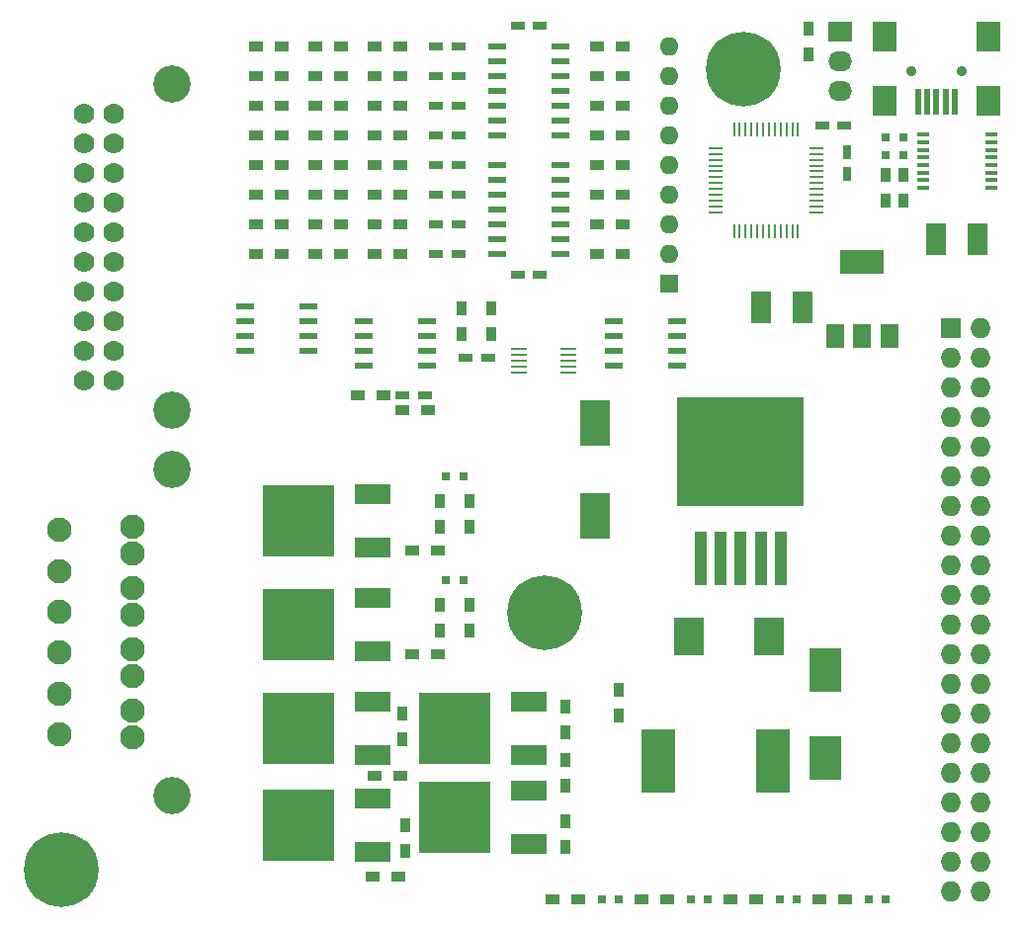
<source format=gts>
%TF.GenerationSoftware,KiCad,Pcbnew,4.0.4-stable*%
%TF.CreationDate,2016-12-19T18:11:36-10:00*%
%TF.ProjectId,de0-cv-shield,6465302D63762D736869656C642E6B69,rev?*%
%TF.FileFunction,Soldermask,Top*%
%FSLAX46Y46*%
G04 Gerber Fmt 4.6, Leading zero omitted, Abs format (unit mm)*
G04 Created by KiCad (PCBNEW 4.0.4-stable) date 12/19/16 18:11:36*
%MOMM*%
%LPD*%
G01*
G04 APERTURE LIST*
%ADD10C,1.000760*%
%ADD11C,6.400000*%
%ADD12C,0.600000*%
%ADD13R,2.900680X5.400040*%
%ADD14R,1.778000X2.794000*%
%ADD15R,1.200000X0.750000*%
%ADD16R,2.500000X4.000000*%
%ADD17R,2.700000X3.750000*%
%ADD18R,2.032000X1.727200*%
%ADD19O,2.032000X1.727200*%
%ADD20R,0.797560X0.797560*%
%ADD21R,1.727200X1.727200*%
%ADD22O,1.727200X1.727200*%
%ADD23R,3.048000X1.651000*%
%ADD24R,6.096000X6.096000*%
%ADD25R,0.900000X1.200000*%
%ADD26R,1.200000X0.900000*%
%ADD27R,1.600000X1.600000*%
%ADD28O,1.600000X1.600000*%
%ADD29R,1.550000X0.600000*%
%ADD30R,1.000000X0.400000*%
%ADD31R,0.250000X1.300000*%
%ADD32R,1.300000X0.250000*%
%ADD33R,1.500000X0.600000*%
%ADD34R,1.100000X4.600000*%
%ADD35R,10.800000X9.400000*%
%ADD36R,2.499360X3.299460*%
%ADD37R,0.500380X2.301240*%
%ADD38R,1.998980X2.499360*%
%ADD39C,0.899160*%
%ADD40R,0.750000X1.200000*%
%ADD41C,2.100000*%
%ADD42C,3.200000*%
%ADD43C,1.778000*%
%ADD44R,3.800000X2.000000*%
%ADD45R,1.500000X2.000000*%
%ADD46R,1.400000X0.280000*%
G04 APERTURE END LIST*
D10*
D11*
X117542944Y-104982944D03*
D12*
X119942944Y-104982944D03*
X119240000Y-106680000D03*
X117542944Y-107382944D03*
X115845888Y-106680000D03*
X115142944Y-104982944D03*
X115845888Y-103285888D03*
X117542944Y-102582944D03*
X119240000Y-103285888D03*
D11*
X76200000Y-127000000D03*
D12*
X78600000Y-127000000D03*
X77897056Y-128697056D03*
X76200000Y-129400000D03*
X74502944Y-128697056D03*
X73800000Y-127000000D03*
X74502944Y-125302944D03*
X76200000Y-124600000D03*
X77897056Y-125302944D03*
D11*
X134620000Y-58420000D03*
D12*
X137020000Y-58420000D03*
X136317056Y-60117056D03*
X134620000Y-60820000D03*
X132922944Y-60117056D03*
X132220000Y-58420000D03*
X132922944Y-56722944D03*
X134620000Y-56020000D03*
X136317056Y-56722944D03*
D13*
X127259080Y-117729000D03*
X137160000Y-117729000D03*
D14*
X136144000Y-78867000D03*
X139700000Y-78867000D03*
X151130000Y-73025000D03*
X154686000Y-73025000D03*
D15*
X112710000Y-83185000D03*
X110810000Y-83185000D03*
X108270000Y-56515000D03*
X110170000Y-56515000D03*
X108270000Y-59055000D03*
X110170000Y-59055000D03*
X108270000Y-61595000D03*
X110170000Y-61595000D03*
X108270000Y-64135000D03*
X110170000Y-64135000D03*
X115255000Y-54737000D03*
X117155000Y-54737000D03*
X108270000Y-66675000D03*
X110170000Y-66675000D03*
X108270000Y-69215000D03*
X110170000Y-69215000D03*
X108270000Y-71755000D03*
X110170000Y-71755000D03*
X108270000Y-74295000D03*
X110170000Y-74295000D03*
X115255000Y-76073000D03*
X117155000Y-76073000D03*
D16*
X121920000Y-96710000D03*
X121920000Y-88710000D03*
D17*
X141605000Y-109890000D03*
X141605000Y-117440000D03*
D18*
X142875000Y-55245000D03*
D19*
X142875000Y-57785000D03*
X142875000Y-60325000D03*
D20*
X122440700Y-129540000D03*
X123939300Y-129540000D03*
X130060700Y-129540000D03*
X131559300Y-129540000D03*
X137680700Y-129540000D03*
X139179300Y-129540000D03*
X145300700Y-129540000D03*
X146799300Y-129540000D03*
X110604300Y-102235000D03*
X109105700Y-102235000D03*
X110604300Y-93345000D03*
X109105700Y-93345000D03*
D21*
X152400000Y-80645000D03*
D22*
X154940000Y-80645000D03*
X152400000Y-83185000D03*
X154940000Y-83185000D03*
X152400000Y-85725000D03*
X154940000Y-85725000D03*
X152400000Y-88265000D03*
X154940000Y-88265000D03*
X152400000Y-90805000D03*
X154940000Y-90805000D03*
X152400000Y-93345000D03*
X154940000Y-93345000D03*
X152400000Y-95885000D03*
X154940000Y-95885000D03*
X152400000Y-98425000D03*
X154940000Y-98425000D03*
X152400000Y-100965000D03*
X154940000Y-100965000D03*
X152400000Y-103505000D03*
X154940000Y-103505000D03*
X152400000Y-106045000D03*
X154940000Y-106045000D03*
X152400000Y-108585000D03*
X154940000Y-108585000D03*
X152400000Y-111125000D03*
X154940000Y-111125000D03*
X152400000Y-113665000D03*
X154940000Y-113665000D03*
X152400000Y-116205000D03*
X154940000Y-116205000D03*
X152400000Y-118745000D03*
X154940000Y-118745000D03*
X152400000Y-121285000D03*
X154940000Y-121285000D03*
X152400000Y-123825000D03*
X154940000Y-123825000D03*
X152400000Y-126365000D03*
X154940000Y-126365000D03*
X152400000Y-128905000D03*
X154940000Y-128905000D03*
D23*
X102870000Y-125476000D03*
D24*
X96520000Y-123190000D03*
D23*
X102870000Y-120904000D03*
X102870000Y-117221000D03*
D24*
X96520000Y-114935000D03*
D23*
X102870000Y-112649000D03*
X116205000Y-124841000D03*
D24*
X109855000Y-122555000D03*
D23*
X116205000Y-120269000D03*
X116205000Y-117221000D03*
D24*
X109855000Y-114935000D03*
D23*
X116205000Y-112649000D03*
X102870000Y-108331000D03*
D24*
X96520000Y-106045000D03*
D23*
X102870000Y-103759000D03*
X102870000Y-99441000D03*
D24*
X96520000Y-97155000D03*
D23*
X102870000Y-94869000D03*
D25*
X113030000Y-81110000D03*
X113030000Y-78910000D03*
X110490000Y-81110000D03*
X110490000Y-78910000D03*
D26*
X92880000Y-56515000D03*
X95080000Y-56515000D03*
X100160000Y-56515000D03*
X97960000Y-56515000D03*
X92880000Y-59055000D03*
X95080000Y-59055000D03*
X100160000Y-59055000D03*
X97960000Y-59055000D03*
X92880000Y-61595000D03*
X95080000Y-61595000D03*
X100160000Y-61595000D03*
X97960000Y-61595000D03*
X92880000Y-64135000D03*
X95080000Y-64135000D03*
X100160000Y-64135000D03*
X97960000Y-64135000D03*
X105240000Y-56515000D03*
X103040000Y-56515000D03*
X105240000Y-59055000D03*
X103040000Y-59055000D03*
X105240000Y-61595000D03*
X103040000Y-61595000D03*
X105240000Y-64135000D03*
X103040000Y-64135000D03*
X122090000Y-59055000D03*
X124290000Y-59055000D03*
X122090000Y-61595000D03*
X124290000Y-61595000D03*
X122090000Y-64135000D03*
X124290000Y-64135000D03*
X122090000Y-56515000D03*
X124290000Y-56515000D03*
X92880000Y-66675000D03*
X95080000Y-66675000D03*
X100160000Y-66675000D03*
X97960000Y-66675000D03*
X92880000Y-69215000D03*
X95080000Y-69215000D03*
X100160000Y-69215000D03*
X97960000Y-69215000D03*
X92880000Y-71755000D03*
X95080000Y-71755000D03*
X100160000Y-71755000D03*
X97960000Y-71755000D03*
X92880000Y-74295000D03*
X95080000Y-74295000D03*
X100160000Y-74295000D03*
X97960000Y-74295000D03*
X105240000Y-66675000D03*
X103040000Y-66675000D03*
X105240000Y-69215000D03*
X103040000Y-69215000D03*
X105240000Y-71755000D03*
X103040000Y-71755000D03*
X105240000Y-74295000D03*
X103040000Y-74295000D03*
X122090000Y-69215000D03*
X124290000Y-69215000D03*
X122090000Y-71755000D03*
X124290000Y-71755000D03*
X122090000Y-74295000D03*
X124290000Y-74295000D03*
X122090000Y-66675000D03*
X124290000Y-66675000D03*
X120480000Y-129540000D03*
X118280000Y-129540000D03*
X128100000Y-129540000D03*
X125900000Y-129540000D03*
D25*
X105664000Y-125433000D03*
X105664000Y-123233000D03*
X105410000Y-115865000D03*
X105410000Y-113665000D03*
D26*
X105070000Y-127635000D03*
X102870000Y-127635000D03*
X103040000Y-118999000D03*
X105240000Y-118999000D03*
X135720000Y-129540000D03*
X133520000Y-129540000D03*
X143340000Y-129540000D03*
X141140000Y-129540000D03*
D25*
X119380000Y-122895000D03*
X119380000Y-125095000D03*
X119380000Y-113030000D03*
X119380000Y-115230000D03*
X119380000Y-119845000D03*
X119380000Y-117645000D03*
X123952000Y-113792000D03*
X123952000Y-111592000D03*
X111125000Y-104310000D03*
X111125000Y-106510000D03*
X111125000Y-95420000D03*
X111125000Y-97620000D03*
D26*
X106215000Y-108585000D03*
X108415000Y-108585000D03*
X106215000Y-99695000D03*
X108415000Y-99695000D03*
D25*
X108585000Y-106510000D03*
X108585000Y-104310000D03*
X108585000Y-97620000D03*
X108585000Y-95420000D03*
D27*
X128270000Y-76835000D03*
D28*
X128270000Y-74295000D03*
X128270000Y-71755000D03*
X128270000Y-69215000D03*
X128270000Y-66675000D03*
X128270000Y-64135000D03*
X128270000Y-61595000D03*
X128270000Y-59055000D03*
X128270000Y-56515000D03*
D29*
X107475000Y-83820000D03*
X107475000Y-82550000D03*
X107475000Y-81280000D03*
X107475000Y-80010000D03*
X102075000Y-80010000D03*
X102075000Y-81280000D03*
X102075000Y-82550000D03*
X102075000Y-83820000D03*
X97315000Y-82550000D03*
X97315000Y-81280000D03*
X97315000Y-80010000D03*
X97315000Y-78740000D03*
X91915000Y-78740000D03*
X91915000Y-80010000D03*
X91915000Y-81280000D03*
X91915000Y-82550000D03*
D30*
X155808000Y-68610000D03*
X155808000Y-67960000D03*
X155808000Y-67310000D03*
X155808000Y-66660000D03*
X155808000Y-66010000D03*
X155808000Y-65360000D03*
X155808000Y-64710000D03*
X155808000Y-64060000D03*
X150008000Y-64060000D03*
X150008000Y-64710000D03*
X150008000Y-65360000D03*
X150008000Y-66010000D03*
X150008000Y-66660000D03*
X150008000Y-67310000D03*
X150008000Y-67960000D03*
X150008000Y-68610000D03*
D31*
X139275000Y-63595000D03*
X138775000Y-63595000D03*
X138275000Y-63595000D03*
X137775000Y-63595000D03*
X137275000Y-63595000D03*
X136775000Y-63595000D03*
X136275000Y-63595000D03*
X135775000Y-63595000D03*
X135275000Y-63595000D03*
X134775000Y-63595000D03*
X134275000Y-63595000D03*
X133775000Y-63595000D03*
D32*
X132175000Y-65195000D03*
X132175000Y-65695000D03*
X132175000Y-66195000D03*
X132175000Y-66695000D03*
X132175000Y-67195000D03*
X132175000Y-67695000D03*
X132175000Y-68195000D03*
X132175000Y-68695000D03*
X132175000Y-69195000D03*
X132175000Y-69695000D03*
X132175000Y-70195000D03*
X132175000Y-70695000D03*
D31*
X133775000Y-72295000D03*
X134275000Y-72295000D03*
X134775000Y-72295000D03*
X135275000Y-72295000D03*
X135775000Y-72295000D03*
X136275000Y-72295000D03*
X136775000Y-72295000D03*
X137275000Y-72295000D03*
X137775000Y-72295000D03*
X138275000Y-72295000D03*
X138775000Y-72295000D03*
X139275000Y-72295000D03*
D32*
X140875000Y-70695000D03*
X140875000Y-70195000D03*
X140875000Y-69695000D03*
X140875000Y-69195000D03*
X140875000Y-68695000D03*
X140875000Y-68195000D03*
X140875000Y-67695000D03*
X140875000Y-67195000D03*
X140875000Y-66695000D03*
X140875000Y-66195000D03*
X140875000Y-65695000D03*
X140875000Y-65195000D03*
D29*
X128905000Y-83820000D03*
X128905000Y-82550000D03*
X128905000Y-81280000D03*
X128905000Y-80010000D03*
X123505000Y-80010000D03*
X123505000Y-81280000D03*
X123505000Y-82550000D03*
X123505000Y-83820000D03*
D33*
X113505000Y-56515000D03*
X113505000Y-57785000D03*
X113505000Y-59055000D03*
X113505000Y-60325000D03*
X113505000Y-61595000D03*
X113505000Y-62865000D03*
X113505000Y-64135000D03*
X118905000Y-64135000D03*
X118905000Y-62865000D03*
X118905000Y-61595000D03*
X118905000Y-60325000D03*
X118905000Y-59055000D03*
X118905000Y-57785000D03*
X118905000Y-56515000D03*
X113505000Y-66675000D03*
X113505000Y-67945000D03*
X113505000Y-69215000D03*
X113505000Y-70485000D03*
X113505000Y-71755000D03*
X113505000Y-73025000D03*
X113505000Y-74295000D03*
X118905000Y-74295000D03*
X118905000Y-73025000D03*
X118905000Y-71755000D03*
X118905000Y-70485000D03*
X118905000Y-69215000D03*
X118905000Y-67945000D03*
X118905000Y-66675000D03*
D34*
X137766000Y-100336000D03*
X136066000Y-100336000D03*
X132666000Y-100336000D03*
D35*
X134366000Y-91186000D03*
D34*
X134366000Y-100336000D03*
X130966000Y-100336000D03*
D36*
X129948940Y-107061000D03*
X136751060Y-107061000D03*
D37*
X152730200Y-61234320D03*
X151930100Y-61234320D03*
X151130000Y-61234320D03*
X150329900Y-61234320D03*
X149529800Y-61234320D03*
D38*
X155580080Y-61135260D03*
X155580080Y-55636160D03*
X146679920Y-61135260D03*
X146679920Y-55636160D03*
D39*
X153329640Y-58635900D03*
X148930360Y-58635900D03*
D40*
X143510000Y-65532000D03*
X143510000Y-67432000D03*
D15*
X105410000Y-86360000D03*
X107310000Y-86360000D03*
X141356000Y-63246000D03*
X143256000Y-63246000D03*
D20*
X146812000Y-65786000D03*
X146812000Y-64287400D03*
X148336000Y-65786000D03*
X148336000Y-64287400D03*
D25*
X140208000Y-54950000D03*
X140208000Y-57150000D03*
X146812000Y-67480000D03*
X146812000Y-69680000D03*
X148336000Y-67480000D03*
X148336000Y-69680000D03*
D26*
X103800000Y-86360000D03*
X101600000Y-86360000D03*
X107610000Y-87630000D03*
X105410000Y-87630000D03*
D41*
X82285000Y-115705000D03*
X82285000Y-110455000D03*
X82285000Y-102905000D03*
X82285000Y-97655000D03*
X75985000Y-97930000D03*
X75985000Y-101430000D03*
X75985000Y-104930000D03*
X75985000Y-108430000D03*
X75985000Y-111930000D03*
D42*
X85645000Y-59690000D03*
X85645000Y-87630000D03*
X85645000Y-92710000D03*
X85645000Y-120650000D03*
D41*
X75985000Y-115430000D03*
X82285000Y-113405000D03*
X82285000Y-108155000D03*
X82285000Y-105205000D03*
X82285000Y-99955000D03*
D43*
X78105000Y-85090000D03*
X78105000Y-82550000D03*
X78105000Y-80010000D03*
X78105000Y-77470000D03*
X78105000Y-74930000D03*
X78105000Y-72390000D03*
X78105000Y-69850000D03*
X78105000Y-67310000D03*
X78105000Y-64770000D03*
X78105000Y-62230000D03*
X80645000Y-85090000D03*
X80645000Y-82550000D03*
X80645000Y-80010000D03*
X80645000Y-77470000D03*
X80645000Y-74930000D03*
X80645000Y-72390000D03*
X80645000Y-69850000D03*
X80645000Y-67310000D03*
X80645000Y-64770000D03*
X80645000Y-62230000D03*
D44*
X144780000Y-74955000D03*
D45*
X144780000Y-81255000D03*
X147080000Y-81255000D03*
X142480000Y-81255000D03*
D46*
X115335000Y-82439000D03*
X115335000Y-82939000D03*
X115335000Y-83439000D03*
X115335000Y-83939000D03*
X115335000Y-84439000D03*
X119615000Y-84439000D03*
X119615000Y-83939000D03*
X119615000Y-83439000D03*
X119615000Y-82939000D03*
X119615000Y-82439000D03*
M02*

</source>
